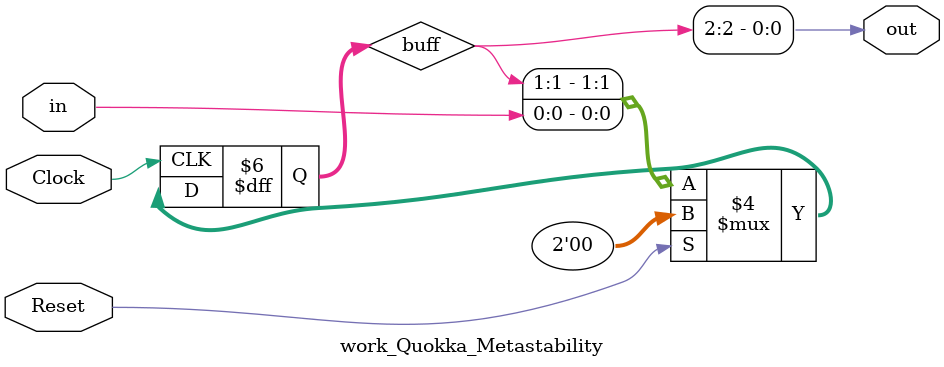
<source format=v>
`timescale 1ns/1ps
`default_nettype none

module work_Quokka_BoardSignalsProc (
	BoardSignals_Clock,
	BoardSignals_Reset,
	BoardSignals_Running,
	BoardSignals_Starting,
	BoardSignals_Started,
	Clock,
	Reset,
	InternalReset
	);

	input wire Clock;
	inout wire Reset;
	input wire InternalReset;

	output wire BoardSignals_Clock;
	output wire BoardSignals_Reset;
	output wire BoardSignals_Running;
	output wire BoardSignals_Starting;
	output wire BoardSignals_Started;
	
	reg internalRunning = 0;
	reg internalStarted = 0;
	
	assign BoardSignals_Clock = Clock;
	assign BoardSignals_Reset = Reset | InternalReset;
	assign BoardSignals_Running = internalRunning;
	assign BoardSignals_Started = internalStarted;
	assign BoardSignals_Starting = internalRunning & !internalStarted;

	
	always @ (posedge BoardSignals_Clock)
	begin
		if (BoardSignals_Reset) begin
			internalRunning <= 0;
			internalStarted <= 0;
		end
		else begin
			if ( BoardSignals_Running ) begin
				internalStarted <= 1;
			end
			
			internalRunning <= 1;
		end
	end
endmodule

module work_Quokka_Metastability(Clock, Reset, in, out);
input wire Clock;
input wire Reset;
input wire in;
output wire out;

reg [2:1] buff = 2'b00;

always @(posedge Clock)
begin
	if (Reset)
		begin
			buff <= 2'b00;
		end
	else
		begin
			buff <= {buff[1], in};
		end;
end

assign out = buff[2];

endmodule

</source>
